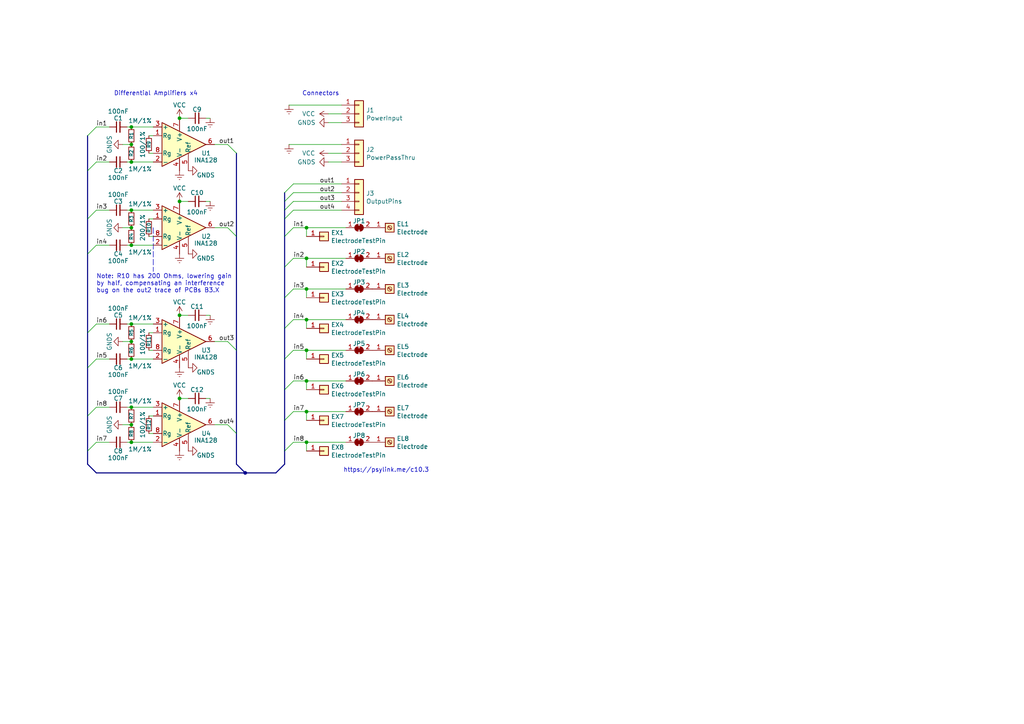
<source format=kicad_sch>
(kicad_sch (version 20211123) (generator eeschema)
  (paper "A4")
  (lib_symbols
    (symbol "Amplifier_Instrumentation:INA128" (pin_names (offset 0.127))
      (property "Reference" "U" (at 3.81 3.175 0))
      (property "Value" "INA128" (at 3.81 -3.175 0))
      (symbol "INA128_0_1"
        (polyline (pts (xy 7.62 0) (xy -5.08 6.35) (xy -5.08 -6.35) (xy 7.62 0)) (stroke (width 0.254)) (fill (type background)))
      )
      (symbol "INA128_1_1"
        (pin passive line (at -7.62 2.54 0) (length 2.54) (name "Rg") (number "1"))
        (pin input line (at -7.62 -5.08 0) (length 2.54) (name "-") (number "2"))
        (pin input line (at -7.62 5.08 0) (length 2.54) (name "+") (number "3"))
        (pin power_in line (at 0 -7.62 90) (length 3.81) (name "V-") (number "4"))
        (pin input line (at 2.54 -7.62 90) (length 5.08) (name "Ref") (number "5"))
        (pin output line (at 10.16 0 180) (length 2.54) (name "~") (number "6"))
        (pin power_in line (at 0 7.62 270) (length 3.81) (name "V+") (number "7"))
        (pin passive line (at -7.62 -2.54 0) (length 2.54) (name "Rg") (number "8"))
      )
    )
    (symbol "Connector:Screw_Terminal_01x01" (pin_names (offset 1.016) hide)
      (property "Reference" "J" (at 0 2.54 0))
      (property "Value" "Screw_Terminal_01x01" (at 0 -2.54 0))
      (symbol "Screw_Terminal_01x01_1_1"
        (rectangle (start -1.27 1.27) (end 1.27 -1.27) (stroke (width 0.254)) (fill (type background)))
        (polyline (pts (xy -0.5334 0.3302) (xy 0.3302 -0.508)) (stroke (width 0.1524)))
        (polyline (pts (xy -0.3556 0.508) (xy 0.508 -0.3302)) (stroke (width 0.1524)))
        (circle (center 0 0) (radius 0.635) (stroke (width 0.1524)))
        (pin passive line (at -5.08 0 0) (length 3.81) (name "Pin_1") (number "1"))
      )
    )
    (symbol "Connector_Generic:Conn_01x01" (pin_names (offset 1.016) hide)
      (property "Reference" "J" (at 0 2.54 0))
      (property "Value" "Conn_01x01" (at 0 -2.54 0))
      (symbol "Conn_01x01_1_1"
        (rectangle (start -1.27 0.127) (end 0 -0.127) (stroke (width 0.1524)))
        (rectangle (start -1.27 1.27) (end 1.27 -1.27) (stroke (width 0.254)) (fill (type background)))
        (pin passive line (at -5.08 0 0) (length 3.81) (name "Pin_1") (number "1"))
      )
    )
    (symbol "Connector_Generic:Conn_01x03" (pin_names (offset 1.016) hide)
      (property "Reference" "J" (at 0 5.08 0))
      (property "Value" "Conn_01x03" (at 0 -5.08 0))
      (symbol "Conn_01x03_1_1"
        (rectangle (start -1.27 -2.413) (end 0 -2.667) (stroke (width 0.1524)))
        (rectangle (start -1.27 0.127) (end 0 -0.127) (stroke (width 0.1524)))
        (rectangle (start -1.27 2.667) (end 0 2.413) (stroke (width 0.1524)))
        (rectangle (start -1.27 3.81) (end 1.27 -3.81) (stroke (width 0.254)) (fill (type background)))
        (pin passive line (at -5.08 2.54 0) (length 3.81) (name "Pin_1") (number "1"))
        (pin passive line (at -5.08 0 0) (length 3.81) (name "Pin_2") (number "2"))
        (pin passive line (at -5.08 -2.54 0) (length 3.81) (name "Pin_3") (number "3"))
      )
    )
    (symbol "Connector_Generic:Conn_01x04" (pin_names (offset 1.016) hide)
      (property "Reference" "J" (at 0 5.08 0))
      (property "Value" "Conn_01x04" (at 0 -7.62 0))
      (symbol "Conn_01x04_1_1"
        (rectangle (start -1.27 -4.953) (end 0 -5.207) (stroke (width 0.1524)))
        (rectangle (start -1.27 -2.413) (end 0 -2.667) (stroke (width 0.1524)))
        (rectangle (start -1.27 0.127) (end 0 -0.127) (stroke (width 0.1524)))
        (rectangle (start -1.27 2.667) (end 0 2.413) (stroke (width 0.1524)))
        (rectangle (start -1.27 3.81) (end 1.27 -6.35) (stroke (width 0.254)) (fill (type background)))
        (pin passive line (at -5.08 2.54 0) (length 3.81) (name "Pin_1") (number "1"))
        (pin passive line (at -5.08 0 0) (length 3.81) (name "Pin_2") (number "2"))
        (pin passive line (at -5.08 -2.54 0) (length 3.81) (name "Pin_3") (number "3"))
        (pin passive line (at -5.08 -5.08 0) (length 3.81) (name "Pin_4") (number "4"))
      )
    )
    (symbol "Device:C_Small" (pin_numbers hide) (pin_names (offset 0.254) hide)
      (property "Reference" "C" (at 0.254 1.778 0))
      (property "Value" "C_Small" (at 0.254 -2.032 0))
      (symbol "C_Small_0_1"
        (polyline (pts (xy -1.524 -0.508) (xy 1.524 -0.508)) (stroke (width 0.3302)))
        (polyline (pts (xy -1.524 0.508) (xy 1.524 0.508)) (stroke (width 0.3048)))
      )
      (symbol "C_Small_1_1"
        (pin passive line (at 0 2.54 270) (length 2.032) (name "~") (number "1"))
        (pin passive line (at 0 -2.54 90) (length 2.032) (name "~") (number "2"))
      )
    )
    (symbol "Device:R_Small" (pin_numbers hide) (pin_names (offset 0.254) hide)
      (property "Reference" "R" (at 0.762 0.508 0))
      (property "Value" "R_Small" (at 0.762 -1.016 0))
      (symbol "R_Small_0_1"
        (rectangle (start -0.762 1.778) (end 0.762 -1.778) (stroke (width 0.2032)))
      )
      (symbol "R_Small_1_1"
        (pin passive line (at 0 2.54 270) (length 0.762) (name "~") (number "1"))
        (pin passive line (at 0 -2.54 90) (length 0.762) (name "~") (number "2"))
      )
    )
    (symbol "Jumper:SolderJumper_2_Bridged" (pin_names (offset 0) hide)
      (property "Reference" "JP" (at 0 2.032 0))
      (property "Value" "SolderJumper_2_Bridged" (at 0 -2.54 0))
      (symbol "SolderJumper_2_Bridged_0_1"
        (rectangle (start -0.508 0.508) (end 0.508 -0.508) (fill (type outline)))
        (arc (start -0.254 1.016) (mid -1.27 0) (end -0.254 -1.016))
        (arc (start -0.254 1.016) (mid -1.27 0) (end -0.254 -1.016) (fill (type outline)))
        (polyline (pts (xy -0.254 1.016) (xy -0.254 -1.016)))
        (polyline (pts (xy 0.254 1.016) (xy 0.254 -1.016)))
        (arc (start 0.254 -1.016) (mid 1.27 0) (end 0.254 1.016))
        (arc (start 0.254 -1.016) (mid 1.27 0) (end 0.254 1.016) (fill (type outline)))
      )
      (symbol "SolderJumper_2_Bridged_1_1"
        (pin passive line (at -3.81 0 0) (length 2.54) (name "A") (number "1"))
        (pin passive line (at 3.81 0 180) (length 2.54) (name "B") (number "2"))
      )
    )
    (symbol "power:Earth" (power) (pin_names (offset 0))
      (symbol "Earth_0_1"
        (polyline (pts (xy -0.635 -1.905) (xy 0.635 -1.905)))
        (polyline (pts (xy -0.127 -2.54) (xy 0.127 -2.54)))
        (polyline (pts (xy 0 -1.27) (xy 0 0)))
        (polyline (pts (xy 1.27 -1.27) (xy -1.27 -1.27)))
      )
      (symbol "Earth_1_1"
        (pin power_in line (at 0 0 270) (length 0) hide (name "Earth") (number "1"))
      )
    )
    (symbol "power:GNDS" (power) (pin_names (offset 0))
      (property "Value" "GNDS" (at 0 -3.81 0))
      (symbol "GNDS_0_1"
        (polyline (pts (xy 0 0) (xy 0 -1.27) (xy 1.27 -1.27) (xy 0 -2.54) (xy -1.27 -1.27) (xy 0 -1.27)))
      )
      (symbol "GNDS_1_1"
        (pin power_in line (at 0 0 270) (length 0) hide (name "GNDS") (number "1"))
      )
    )
    (symbol "power:VCC" (power) (pin_names (offset 0))
      (property "Value" "VCC" (at 0 3.81 0))
      (symbol "VCC_0_1"
        (polyline (pts (xy -0.762 1.27) (xy 0 2.54)))
        (polyline (pts (xy 0 0) (xy 0 2.54)))
        (polyline (pts (xy 0 2.54) (xy 0.762 1.27)))
      )
      (symbol "VCC_1_1"
        (pin power_in line (at 0 0 90) (length 0) hide (name "VCC") (number "1"))
      )
    )
  )
  (junction (at 71.12 137.16))
  (junction (at 88.9 92.71))
  (junction (at 38.1 46.99))
  (junction (at 38.1 71.12))
  (junction (at 38.1 118.11))
  (junction (at 38.1 66.04))
  (junction (at 38.1 128.27))
  (junction (at 52.07 34.29))
  (junction (at 38.1 123.19))
  (junction (at 88.9 110.49))
  (junction (at 88.9 83.82))
  (junction (at 38.1 93.98))
  (junction (at 38.1 36.83))
  (junction (at 52.07 91.44))
  (junction (at 38.1 104.14))
  (junction (at 88.9 101.6))
  (junction (at 38.1 60.96))
  (junction (at 88.9 66.04))
  (junction (at 52.07 115.57))
  (junction (at 38.1 99.06))
  (junction (at 88.9 119.38))
  (junction (at 88.9 128.27))
  (junction (at 88.9 74.93))
  (junction (at 38.1 41.91))
  (junction (at 52.07 58.42))
  (bus_entry (at 82.55 95.25) (size 2.54 -2.54))
  (bus_entry (at 25.4 63.5) (size 2.54 -2.54))
  (bus_entry (at 25.4 130.81) (size 2.54 -2.54))
  (bus_entry (at 82.55 60.96) (size 2.54 -2.54))
  (bus_entry (at 25.4 39.37) (size 2.54 -2.54))
  (bus_entry (at 82.55 86.36) (size 2.54 -2.54))
  (bus_entry (at 66.04 123.19) (size 2.54 2.54))
  (bus_entry (at 66.04 99.06) (size 2.54 2.54))
  (bus_entry (at 25.4 96.52) (size 2.54 -2.54))
  (bus_entry (at 82.55 104.14) (size 2.54 -2.54))
  (bus_entry (at 66.04 66.04) (size 2.54 2.54))
  (bus_entry (at 82.55 55.88) (size 2.54 -2.54))
  (bus_entry (at 82.55 113.03) (size 2.54 -2.54))
  (bus_entry (at 82.55 77.47) (size 2.54 -2.54))
  (bus_entry (at 25.4 106.68) (size 2.54 -2.54))
  (bus_entry (at 25.4 49.53) (size 2.54 -2.54))
  (bus_entry (at 25.4 73.66) (size 2.54 -2.54))
  (bus_entry (at 25.4 120.65) (size 2.54 -2.54))
  (bus_entry (at 82.55 130.81) (size 2.54 -2.54))
  (bus_entry (at 82.55 63.5) (size 2.54 -2.54))
  (bus_entry (at 82.55 58.42) (size 2.54 -2.54))
  (bus_entry (at 82.55 68.58) (size 2.54 -2.54))
  (bus_entry (at 82.55 121.92) (size 2.54 -2.54))
  (bus_entry (at 66.04 41.91) (size 2.54 2.54))
  (bus (pts (xy 82.55 86.36) (xy 82.55 95.25)))
  (wire (pts (xy 31.75 46.99) (xy 27.94 46.99)))
  (wire (pts (xy 88.9 92.71) (xy 100.33 92.71)))
  (bus (pts (xy 25.4 73.66) (xy 25.4 96.52)))
  (bus (pts (xy 68.58 68.58) (xy 68.58 101.6)))
  (wire (pts (xy 54.61 34.29) (xy 52.07 34.29)))
  (wire (pts (xy 31.75 36.83) (xy 27.94 36.83)))
  (bus (pts (xy 68.58 44.45) (xy 68.58 68.58)))
  (wire (pts (xy 95.25 35.56) (xy 99.06 35.56)))
  (bus (pts (xy 82.55 55.88) (xy 82.55 58.42)))
  (bus (pts (xy 25.4 134.62) (xy 27.94 137.16)))
  (wire (pts (xy 88.9 68.58) (xy 88.9 66.04)))
  (wire (pts (xy 43.18 120.65) (xy 44.45 120.65)))
  (bus (pts (xy 82.55 63.5) (xy 82.55 68.58)))
  (wire (pts (xy 88.9 113.03) (xy 88.9 110.49)))
  (wire (pts (xy 36.83 60.96) (xy 38.1 60.96)))
  (bus (pts (xy 25.4 63.5) (xy 25.4 73.66)))
  (wire (pts (xy 85.09 92.71) (xy 88.9 92.71)))
  (bus (pts (xy 82.55 95.25) (xy 82.55 104.14)))
  (bus (pts (xy 82.55 68.58) (xy 82.55 77.47)))
  (wire (pts (xy 66.04 66.04) (xy 62.23 66.04)))
  (wire (pts (xy 38.1 93.98) (xy 44.45 93.98)))
  (wire (pts (xy 83.82 30.48) (xy 99.06 30.48)))
  (wire (pts (xy 85.09 58.42) (xy 99.06 58.42)))
  (wire (pts (xy 95.25 46.99) (xy 99.06 46.99)))
  (wire (pts (xy 59.69 115.57) (xy 60.96 115.57)))
  (bus (pts (xy 27.94 137.16) (xy 71.12 137.16)))
  (bus (pts (xy 82.55 77.47) (xy 82.55 86.36)))
  (wire (pts (xy 59.69 34.29) (xy 60.96 34.29)))
  (wire (pts (xy 35.56 123.19) (xy 38.1 123.19)))
  (wire (pts (xy 88.9 128.27) (xy 100.33 128.27)))
  (wire (pts (xy 85.09 53.34) (xy 99.06 53.34)))
  (wire (pts (xy 88.9 119.38) (xy 100.33 119.38)))
  (wire (pts (xy 43.18 125.73) (xy 44.45 125.73)))
  (bus (pts (xy 82.55 58.42) (xy 82.55 60.96)))
  (bus (pts (xy 25.4 39.37) (xy 25.4 49.53)))
  (wire (pts (xy 88.9 104.14) (xy 88.9 101.6)))
  (wire (pts (xy 88.9 95.25) (xy 88.9 92.71)))
  (wire (pts (xy 31.75 60.96) (xy 27.94 60.96)))
  (wire (pts (xy 83.82 41.91) (xy 99.06 41.91)))
  (wire (pts (xy 88.9 121.92) (xy 88.9 119.38)))
  (wire (pts (xy 88.9 110.49) (xy 100.33 110.49)))
  (wire (pts (xy 85.09 128.27) (xy 88.9 128.27)))
  (bus (pts (xy 68.58 134.62) (xy 71.12 137.16)))
  (wire (pts (xy 85.09 66.04) (xy 88.9 66.04)))
  (wire (pts (xy 36.83 93.98) (xy 38.1 93.98)))
  (wire (pts (xy 66.04 123.19) (xy 62.23 123.19)))
  (wire (pts (xy 38.1 71.12) (xy 44.45 71.12)))
  (wire (pts (xy 88.9 101.6) (xy 100.33 101.6)))
  (wire (pts (xy 95.25 44.45) (xy 99.06 44.45)))
  (bus (pts (xy 25.4 49.53) (xy 25.4 63.5)))
  (wire (pts (xy 43.18 63.5) (xy 44.45 63.5)))
  (wire (pts (xy 59.69 91.44) (xy 60.96 91.44)))
  (wire (pts (xy 38.1 36.83) (xy 44.45 36.83)))
  (wire (pts (xy 38.1 104.14) (xy 44.45 104.14)))
  (wire (pts (xy 31.75 71.12) (xy 27.94 71.12)))
  (wire (pts (xy 43.18 68.58) (xy 44.45 68.58)))
  (wire (pts (xy 43.18 101.6) (xy 44.45 101.6)))
  (wire (pts (xy 38.1 128.27) (xy 44.45 128.27)))
  (wire (pts (xy 85.09 60.96) (xy 99.06 60.96)))
  (bus (pts (xy 68.58 125.73) (xy 68.58 134.62)))
  (wire (pts (xy 38.1 118.11) (xy 44.45 118.11)))
  (wire (pts (xy 31.75 93.98) (xy 27.94 93.98)))
  (wire (pts (xy 43.18 96.52) (xy 44.45 96.52)))
  (wire (pts (xy 85.09 119.38) (xy 88.9 119.38)))
  (wire (pts (xy 35.56 99.06) (xy 38.1 99.06)))
  (wire (pts (xy 36.83 118.11) (xy 38.1 118.11)))
  (bus (pts (xy 82.55 104.14) (xy 82.55 113.03)))
  (wire (pts (xy 43.18 39.37) (xy 44.45 39.37)))
  (wire (pts (xy 54.61 58.42) (xy 52.07 58.42)))
  (wire (pts (xy 66.04 41.91) (xy 62.23 41.91)))
  (wire (pts (xy 66.04 99.06) (xy 62.23 99.06)))
  (wire (pts (xy 85.09 74.93) (xy 88.9 74.93)))
  (bus (pts (xy 82.55 60.96) (xy 82.55 63.5)))
  (wire (pts (xy 35.56 66.04) (xy 38.1 66.04)))
  (wire (pts (xy 38.1 60.96) (xy 44.45 60.96)))
  (wire (pts (xy 88.9 130.81) (xy 88.9 128.27)))
  (wire (pts (xy 35.56 41.91) (xy 38.1 41.91)))
  (bus (pts (xy 82.55 113.03) (xy 82.55 121.92)))
  (wire (pts (xy 31.75 128.27) (xy 27.94 128.27)))
  (wire (pts (xy 36.83 46.99) (xy 38.1 46.99)))
  (polyline (pts (xy 44.45 66.04) (xy 44.45 78.74)))
  (wire (pts (xy 88.9 77.47) (xy 88.9 74.93)))
  (wire (pts (xy 36.83 128.27) (xy 38.1 128.27)))
  (wire (pts (xy 36.83 36.83) (xy 38.1 36.83)))
  (wire (pts (xy 43.18 44.45) (xy 44.45 44.45)))
  (wire (pts (xy 85.09 101.6) (xy 88.9 101.6)))
  (bus (pts (xy 68.58 101.6) (xy 68.58 125.73)))
  (bus (pts (xy 82.55 130.81) (xy 82.55 134.62)))
  (bus (pts (xy 25.4 96.52) (xy 25.4 106.68)))
  (bus (pts (xy 25.4 106.68) (xy 25.4 120.65)))
  (wire (pts (xy 31.75 118.11) (xy 27.94 118.11)))
  (bus (pts (xy 25.4 130.81) (xy 25.4 134.62)))
  (bus (pts (xy 25.4 120.65) (xy 25.4 130.81)))
  (wire (pts (xy 54.61 91.44) (xy 52.07 91.44)))
  (bus (pts (xy 82.55 121.92) (xy 82.55 130.81)))
  (wire (pts (xy 36.83 104.14) (xy 38.1 104.14)))
  (wire (pts (xy 88.9 66.04) (xy 100.33 66.04)))
  (bus (pts (xy 71.12 137.16) (xy 80.01 137.16)))
  (bus (pts (xy 80.01 137.16) (xy 82.55 134.62)))
  (wire (pts (xy 95.25 33.02) (xy 99.06 33.02)))
  (wire (pts (xy 88.9 86.36) (xy 88.9 83.82)))
  (wire (pts (xy 85.09 110.49) (xy 88.9 110.49)))
  (wire (pts (xy 85.09 83.82) (xy 88.9 83.82)))
  (wire (pts (xy 38.1 46.99) (xy 44.45 46.99)))
  (wire (pts (xy 59.69 58.42) (xy 60.96 58.42)))
  (wire (pts (xy 36.83 71.12) (xy 38.1 71.12)))
  (wire (pts (xy 88.9 74.93) (xy 100.33 74.93)))
  (wire (pts (xy 85.09 55.88) (xy 99.06 55.88)))
  (wire (pts (xy 54.61 115.57) (xy 52.07 115.57)))
  (wire (pts (xy 88.9 83.82) (xy 100.33 83.82)))
  (wire (pts (xy 31.75 104.14) (xy 27.94 104.14)))
  (text "Note: R10 has 200 Ohms, lowering gain\nby half, compensating an interference\nbug on the out2 trace of PCBs B3.X" (at 27.94 85.09 0) (effects (font (size 1.27 1.27)) (justify left bottom)))
  (text "https://psylink.me/c10.3" (at 124.46 137.16 180) (effects (font (size 1.27 1.27)) (justify right bottom)))
  (text "Differential Amplifiers x4" (at 33.02 27.94 0) (effects (font (size 1.27 1.27)) (justify left bottom)))
  (text "Connectors" (at 87.63 27.94 0) (effects (font (size 1.27 1.27)) (justify left bottom)))
  (label "in3" (at 27.94 60.96 0))
  (label "in2" (at 85.09 74.93 0))
  (label "out3" (at 92.71 58.42 0))
  (label "in2" (at 27.94 46.99 0))
  (label "out2" (at 63.5 66.04 0))
  (label "in7" (at 85.09 119.38 0))
  (label "in6" (at 27.94 93.98 0))
  (label "in5" (at 85.09 101.6 0))
  (label "in7" (at 27.94 128.27 0))
  (label "in4" (at 27.94 71.12 0))
  (label "out3" (at 63.5 99.06 0))
  (label "out1" (at 92.71 53.34 0))
  (label "in1" (at 27.94 36.83 0))
  (label "out4" (at 92.71 60.96 0))
  (label "in4" (at 85.09 92.71 0))
  (label "out2" (at 92.71 55.88 0))
  (label "in1" (at 85.09 66.04 0))
  (label "in3" (at 85.09 83.82 0))
  (label "in8" (at 27.94 118.11 0))
  (label "in6" (at 85.09 110.49 0))
  (label "out1" (at 63.5 41.91 0))
  (label "in8" (at 85.09 128.27 0))
  (label "out4" (at 63.5 123.19 0))
  (label "in5" (at 27.94 104.14 0))
  (symbol (lib_id "Amplifier_Instrumentation:INA128") (at 52.07 41.91 0) (unit 1)
    (property "Reference" "U1" (at 58.42 44.45 0) (effects (justify left)))
    (property "Value" "INA128" (at 59.69 45.72 0) (effects (justify top)))
    (property "Footprint" "Package_SO:SOIC-8_3.9x4.9mm_P1.27mm" (effects hide))
    (property "Datasheet" "http://www.ti.com/lit/ds/symlink/ina128.pdf" (effects hide))
  )
  (symbol (lib_id "Device:R_Small") (at 43.18 41.91 0) (unit 1)
    (property "Reference" "R9" (at 43.18 41.91 90) (effects (font (size 0.9906 0.9906))))
    (property "Value" "100/1%" (at 40.64 41.91 90) (effects (justify top)))
    (property "Footprint" "Resistor_SMD:R_0805_2012Metric_Pad1.15x1.40mm_HandSolder" (effects hide))
  )
  (symbol (lib_id "Device:C_Small") (at 57.15 34.29 90) (unit 1)
    (property "Reference" "C9" (at 57.15 31.75 90))
    (property "Value" "100nF" (at 57.15 38.1 90) (effects (justify top)))
    (property "Footprint" "Capacitor_SMD:C_0805_2012Metric_Pad1.15x1.40mm_HandSolder" (effects hide))
  )
  (symbol (lib_id "power:Earth") (at 60.96 34.29 0) (unit 1)
    (property "Reference" "#PWR017" (effects hide))
    (property "Value" "Earth" (effects hide))
  )
  (symbol (lib_id "power:Earth") (at 52.07 49.53 0) (mirror y) (unit 1)
    (property "Reference" "#PWR06" (effects hide))
    (property "Value" "Earth" (effects hide))
  )
  (symbol (lib_id "power:GNDS") (at 54.61 49.53 90) (unit 1)
    (property "Reference" "#PWR013" (effects hide))
    (property "Value" "GNDS" (at 59.69 50.8 90))
  )
  (symbol (lib_id "power:GNDS") (at 35.56 41.91 270) (unit 1)
    (property "Reference" "#PWR01" (effects hide))
    (property "Value" "GNDS" (at 31.75 41.91 0))
  )
  (symbol (lib_id "Device:C_Small") (at 34.29 36.83 90) (unit 1)
    (property "Reference" "C1" (at 34.29 34.29 90))
    (property "Value" "100nF" (at 34.29 33.02 90) (effects (justify top)))
    (property "Footprint" "Capacitor_SMD:C_0805_2012Metric_Pad1.15x1.40mm_HandSolder" (effects hide))
  )
  (symbol (lib_id "Device:R_Small") (at 38.1 39.37 0) (unit 1)
    (property "Reference" "R1" (at 38.1 39.37 90) (effects (font (size 0.9906 0.9906))))
    (property "Value" "1M/1%" (at 40.64 34.29 0) (effects (justify top)))
    (property "Footprint" "Resistor_SMD:R_0805_2012Metric_Pad1.15x1.40mm_HandSolder" (effects hide))
  )
  (symbol (lib_id "Device:C_Small") (at 34.29 46.99 270) (unit 1)
    (property "Reference" "C2" (at 34.29 49.53 90))
    (property "Value" "100nF" (at 34.29 50.8 90) (effects (justify top)))
    (property "Footprint" "Capacitor_SMD:C_0805_2012Metric_Pad1.15x1.40mm_HandSolder" (effects hide))
  )
  (symbol (lib_id "Device:R_Small") (at 38.1 44.45 0) (unit 1)
    (property "Reference" "R2" (at 38.1 44.45 90) (effects (font (size 0.9906 0.9906))))
    (property "Value" "1M/1%" (at 40.64 48.26 0) (effects (justify top)))
    (property "Footprint" "Resistor_SMD:R_0805_2012Metric_Pad1.15x1.40mm_HandSolder" (effects hide))
  )
  (symbol (lib_id "power:VCC") (at 52.07 34.29 0) (unit 1)
    (property "Reference" "#PWR05" (effects hide))
    (property "Value" "VCC" (at 52.07 30.48 0))
  )
  (symbol (lib_id "Device:R_Small") (at 38.1 68.58 0) (unit 1)
    (property "Reference" "R4" (at 38.1 68.58 90) (effects (font (size 0.9906 0.9906))))
    (property "Value" "1M/1%" (at 40.64 72.39 0) (effects (justify top)))
    (property "Footprint" "Resistor_SMD:R_0805_2012Metric_Pad1.15x1.40mm_HandSolder" (effects hide))
  )
  (symbol (lib_id "power:GNDS") (at 54.61 73.66 90) (unit 1)
    (property "Reference" "#PWR014" (effects hide))
    (property "Value" "GNDS" (at 59.69 74.93 90))
  )
  (symbol (lib_id "Device:C_Small") (at 57.15 58.42 90) (unit 1)
    (property "Reference" "C10" (at 57.15 55.88 90))
    (property "Value" "100nF" (at 57.15 62.23 90) (effects (justify top)))
    (property "Footprint" "Capacitor_SMD:C_0805_2012Metric_Pad1.15x1.40mm_HandSolder" (effects hide))
  )
  (symbol (lib_id "power:Earth") (at 60.96 58.42 0) (unit 1)
    (property "Reference" "#PWR018" (effects hide))
    (property "Value" "Earth" (effects hide))
  )
  (symbol (lib_id "Amplifier_Instrumentation:INA128") (at 52.07 66.04 0) (unit 1)
    (property "Reference" "U2" (at 58.42 68.58 0) (effects (justify left)))
    (property "Value" "INA128" (at 59.69 69.85 0) (effects (justify top)))
    (property "Footprint" "Package_SO:SOIC-8_3.9x4.9mm_P1.27mm" (effects hide))
    (property "Datasheet" "http://www.ti.com/lit/ds/symlink/ina128.pdf" (effects hide))
  )
  (symbol (lib_id "power:Earth") (at 52.07 73.66 0) (mirror y) (unit 1)
    (property "Reference" "#PWR08" (effects hide))
    (property "Value" "Earth" (effects hide))
  )
  (symbol (lib_id "power:VCC") (at 52.07 58.42 0) (unit 1)
    (property "Reference" "#PWR07" (effects hide))
    (property "Value" "VCC" (at 52.07 54.61 0))
  )
  (symbol (lib_id "Device:R_Small") (at 43.18 66.04 0) (unit 1)
    (property "Reference" "R10" (at 43.18 66.04 90) (effects (font (size 0.9906 0.9906))))
    (property "Value" "200/1%" (at 40.64 66.04 90) (effects (justify top)))
    (property "Footprint" "Resistor_SMD:R_0805_2012Metric_Pad1.15x1.40mm_HandSolder" (effects hide))
  )
  (symbol (lib_id "power:GNDS") (at 35.56 66.04 270) (unit 1)
    (property "Reference" "#PWR02" (effects hide))
    (property "Value" "GNDS" (at 31.75 66.04 0))
  )
  (symbol (lib_id "Device:C_Small") (at 34.29 60.96 90) (unit 1)
    (property "Reference" "C3" (at 34.29 58.42 90))
    (property "Value" "100nF" (at 34.29 57.15 90) (effects (justify top)))
    (property "Footprint" "Capacitor_SMD:C_0805_2012Metric_Pad1.15x1.40mm_HandSolder" (effects hide))
  )
  (symbol (lib_id "Device:R_Small") (at 38.1 63.5 0) (unit 1)
    (property "Reference" "R3" (at 38.1 63.5 90) (effects (font (size 0.9906 0.9906))))
    (property "Value" "1M/1%" (at 40.64 58.42 0) (effects (justify top)))
    (property "Footprint" "Resistor_SMD:R_0805_2012Metric_Pad1.15x1.40mm_HandSolder" (effects hide))
  )
  (symbol (lib_id "Device:C_Small") (at 34.29 71.12 270) (unit 1)
    (property "Reference" "C4" (at 34.29 73.66 90))
    (property "Value" "100nF" (at 34.29 74.93 90) (effects (justify top)))
    (property "Footprint" "Capacitor_SMD:C_0805_2012Metric_Pad1.15x1.40mm_HandSolder" (effects hide))
  )
  (symbol (lib_id "Device:R_Small") (at 38.1 101.6 0) (unit 1)
    (property "Reference" "R6" (at 38.1 101.6 90) (effects (font (size 0.9906 0.9906))))
    (property "Value" "1M/1%" (at 40.64 105.41 0) (effects (justify top)))
    (property "Footprint" "Resistor_SMD:R_0805_2012Metric_Pad1.15x1.40mm_HandSolder" (effects hide))
  )
  (symbol (lib_id "power:GNDS") (at 54.61 106.68 90) (unit 1)
    (property "Reference" "#PWR015" (effects hide))
    (property "Value" "GNDS" (at 59.69 107.95 90))
  )
  (symbol (lib_id "Device:C_Small") (at 57.15 91.44 90) (unit 1)
    (property "Reference" "C11" (at 57.15 88.9 90))
    (property "Value" "100nF" (at 57.15 95.25 90) (effects (justify top)))
    (property "Footprint" "Capacitor_SMD:C_0805_2012Metric_Pad1.15x1.40mm_HandSolder" (effects hide))
  )
  (symbol (lib_id "power:Earth") (at 60.96 91.44 0) (unit 1)
    (property "Reference" "#PWR019" (effects hide))
    (property "Value" "Earth" (effects hide))
  )
  (symbol (lib_id "Amplifier_Instrumentation:INA128") (at 52.07 99.06 0) (unit 1)
    (property "Reference" "U3" (at 58.42 101.6 0) (effects (justify left)))
    (property "Value" "INA128" (at 59.69 102.87 0) (effects (justify top)))
    (property "Footprint" "Package_SO:SOIC-8_3.9x4.9mm_P1.27mm" (effects hide))
    (property "Datasheet" "http://www.ti.com/lit/ds/symlink/ina128.pdf" (effects hide))
  )
  (symbol (lib_id "power:Earth") (at 52.07 106.68 0) (mirror y) (unit 1)
    (property "Reference" "#PWR010" (effects hide))
    (property "Value" "Earth" (effects hide))
  )
  (symbol (lib_id "power:VCC") (at 52.07 91.44 0) (unit 1)
    (property "Reference" "#PWR09" (effects hide))
    (property "Value" "VCC" (at 52.07 87.63 0))
  )
  (symbol (lib_id "Device:R_Small") (at 43.18 99.06 0) (unit 1)
    (property "Reference" "R11" (at 43.18 99.06 90) (effects (font (size 0.9906 0.9906))))
    (property "Value" "100/1%" (at 40.64 99.06 90) (effects (justify top)))
    (property "Footprint" "Resistor_SMD:R_0805_2012Metric_Pad1.15x1.40mm_HandSolder" (effects hide))
  )
  (symbol (lib_id "power:GNDS") (at 35.56 99.06 270) (unit 1)
    (property "Reference" "#PWR03" (effects hide))
    (property "Value" "GNDS" (at 31.75 99.06 0))
  )
  (symbol (lib_id "Device:C_Small") (at 34.29 93.98 90) (unit 1)
    (property "Reference" "C5" (at 34.29 91.44 90))
    (property "Value" "100nF" (at 34.29 90.17 90) (effects (justify top)))
    (property "Footprint" "Capacitor_SMD:C_0805_2012Metric_Pad1.15x1.40mm_HandSolder" (effects hide))
  )
  (symbol (lib_id "Device:R_Small") (at 38.1 96.52 0) (unit 1)
    (property "Reference" "R5" (at 38.1 96.52 90) (effects (font (size 0.9906 0.9906))))
    (property "Value" "1M/1%" (at 40.64 91.44 0) (effects (justify top)))
    (property "Footprint" "Resistor_SMD:R_0805_2012Metric_Pad1.15x1.40mm_HandSolder" (effects hide))
  )
  (symbol (lib_id "Device:C_Small") (at 34.29 104.14 270) (unit 1)
    (property "Reference" "C6" (at 34.29 106.68 90))
    (property "Value" "100nF" (at 34.29 107.95 90) (effects (justify top)))
    (property "Footprint" "Capacitor_SMD:C_0805_2012Metric_Pad1.15x1.40mm_HandSolder" (effects hide))
  )
  (symbol (lib_id "Device:R_Small") (at 38.1 125.73 0) (unit 1)
    (property "Reference" "R8" (at 38.1 125.73 90) (effects (font (size 0.9906 0.9906))))
    (property "Value" "1M/1%" (at 40.64 129.54 0) (effects (justify top)))
    (property "Footprint" "Resistor_SMD:R_0805_2012Metric_Pad1.15x1.40mm_HandSolder" (effects hide))
  )
  (symbol (lib_id "power:GNDS") (at 54.61 130.81 90) (unit 1)
    (property "Reference" "#PWR016" (effects hide))
    (property "Value" "GNDS" (at 59.69 132.08 90))
  )
  (symbol (lib_id "Device:C_Small") (at 57.15 115.57 90) (unit 1)
    (property "Reference" "C12" (at 57.15 113.03 90))
    (property "Value" "100nF" (at 57.15 119.38 90) (effects (justify top)))
    (property "Footprint" "Capacitor_SMD:C_0805_2012Metric_Pad1.15x1.40mm_HandSolder" (effects hide))
  )
  (symbol (lib_id "power:Earth") (at 60.96 115.57 0) (unit 1)
    (property "Reference" "#PWR020" (effects hide))
    (property "Value" "Earth" (effects hide))
  )
  (symbol (lib_id "Amplifier_Instrumentation:INA128") (at 52.07 123.19 0) (unit 1)
    (property "Reference" "U4" (at 58.42 125.73 0) (effects (justify left)))
    (property "Value" "INA128" (at 59.69 127 0) (effects (justify top)))
    (property "Footprint" "Package_SO:SOIC-8_3.9x4.9mm_P1.27mm" (effects hide))
    (property "Datasheet" "http://www.ti.com/lit/ds/symlink/ina128.pdf" (effects hide))
  )
  (symbol (lib_id "power:Earth") (at 52.07 130.81 0) (mirror y) (unit 1)
    (property "Reference" "#PWR012" (effects hide))
    (property "Value" "Earth" (effects hide))
  )
  (symbol (lib_id "power:VCC") (at 52.07 115.57 0) (unit 1)
    (property "Reference" "#PWR011" (effects hide))
    (property "Value" "VCC" (at 52.07 111.76 0))
  )
  (symbol (lib_id "Device:R_Small") (at 43.18 123.19 0) (unit 1)
    (property "Reference" "R12" (at 43.18 123.19 90) (effects (font (size 0.9906 0.9906))))
    (property "Value" "100/1%" (at 40.64 123.19 90) (effects (justify top)))
    (property "Footprint" "Resistor_SMD:R_0805_2012Metric_Pad1.15x1.40mm_HandSolder" (effects hide))
  )
  (symbol (lib_id "power:GNDS") (at 35.56 123.19 270) (unit 1)
    (property "Reference" "#PWR04" (effects hide))
    (property "Value" "GNDS" (at 31.75 123.19 0))
  )
  (symbol (lib_id "Device:C_Small") (at 34.29 118.11 90) (unit 1)
    (property "Reference" "C7" (at 34.29 115.57 90))
    (property "Value" "100nF" (at 34.29 114.3 90) (effects (justify top)))
    (property "Footprint" "Capacitor_SMD:C_0805_2012Metric_Pad1.15x1.40mm_HandSolder" (effects hide))
  )
  (symbol (lib_id "Device:R_Small") (at 38.1 120.65 0) (unit 1)
    (property "Reference" "R7" (at 38.1 120.65 90) (effects (font (size 0.9906 0.9906))))
    (property "Value" "1M/1%" (at 40.64 115.57 0) (effects (justify top)))
    (property "Footprint" "Resistor_SMD:R_0805_2012Metric_Pad1.15x1.40mm_HandSolder" (effects hide))
  )
  (symbol (lib_id "Device:C_Small") (at 34.29 128.27 270) (unit 1)
    (property "Reference" "C8" (at 34.29 130.81 90))
    (property "Value" "100nF" (at 34.29 132.08 90) (effects (justify top)))
    (property "Footprint" "Capacitor_SMD:C_0805_2012Metric_Pad1.15x1.40mm_HandSolder" (effects hide))
  )
  (symbol (lib_id "Connector_Generic:Conn_01x04") (at 104.14 55.88 0) (unit 1)
    (property "Reference" "J3" (at 106.172 56.0832 0) (effects (justify left)))
    (property "Value" "OutputPins" (at 106.172 58.3946 0) (effects (justify left)))
    (property "Footprint" "Connector_PinHeader_2.54mm:PinHeader_1x04_P2.54mm_Vertical" (effects hide))
  )
  (symbol (lib_id "power:Earth") (at 83.82 30.48 0) (unit 1)
    (property "Reference" "#PWR028" (effects hide))
    (property "Value" "Earth" (effects hide))
  )
  (symbol (lib_id "power:VCC") (at 95.25 33.02 90) (unit 1)
    (property "Reference" "#PWR027" (effects hide))
    (property "Value" "VCC" (at 91.44 33.02 90) (effects (justify left)))
  )
  (symbol (lib_id "Connector_Generic:Conn_01x01") (at 93.98 68.58 0) (unit 1)
    (property "Reference" "EX1" (at 96.012 67.5132 0) (effects (justify left)))
    (property "Value" "ElectrodeTestPin" (at 96.012 69.8246 0) (effects (justify left)))
    (property "Footprint" "Connector_PinHeader_2.54mm:PinHeader_1x01_P2.54mm_Vertical" (effects hide))
  )
  (symbol (lib_id "Connector_Generic:Conn_01x01") (at 93.98 77.47 0) (unit 1)
    (property "Reference" "EX2" (at 96.012 76.4032 0) (effects (justify left)))
    (property "Value" "ElectrodeTestPin" (at 96.012 78.7146 0) (effects (justify left)))
    (property "Footprint" "Connector_PinHeader_2.54mm:PinHeader_1x01_P2.54mm_Vertical" (effects hide))
  )
  (symbol (lib_id "Connector_Generic:Conn_01x01") (at 93.98 86.36 0) (unit 1)
    (property "Reference" "EX3" (at 96.012 85.2932 0) (effects (justify left)))
    (property "Value" "ElectrodeTestPin" (at 96.012 87.6046 0) (effects (justify left)))
    (property "Footprint" "Connector_PinHeader_2.54mm:PinHeader_1x01_P2.54mm_Vertical" (effects hide))
  )
  (symbol (lib_id "Connector_Generic:Conn_01x01") (at 93.98 95.25 0) (unit 1)
    (property "Reference" "EX4" (at 96.012 94.1832 0) (effects (justify left)))
    (property "Value" "ElectrodeTestPin" (at 96.012 96.4946 0) (effects (justify left)))
    (property "Footprint" "Connector_PinHeader_2.54mm:PinHeader_1x01_P2.54mm_Vertical" (effects hide))
  )
  (symbol (lib_id "Connector_Generic:Conn_01x01") (at 93.98 104.14 0) (unit 1)
    (property "Reference" "EX5" (at 96.012 103.0732 0) (effects (justify left)))
    (property "Value" "ElectrodeTestPin" (at 96.012 105.3846 0) (effects (justify left)))
    (property "Footprint" "Connector_PinHeader_2.54mm:PinHeader_1x01_P2.54mm_Vertical" (effects hide))
  )
  (symbol (lib_id "Connector_Generic:Conn_01x01") (at 93.98 113.03 0) (unit 1)
    (property "Reference" "EX6" (at 96.012 111.9632 0) (effects (justify left)))
    (property "Value" "ElectrodeTestPin" (at 96.012 114.2746 0) (effects (justify left)))
    (property "Footprint" "Connector_PinHeader_2.54mm:PinHeader_1x01_P2.54mm_Vertical" (effects hide))
  )
  (symbol (lib_id "Connector_Generic:Conn_01x01") (at 93.98 121.92 0) (unit 1)
    (property "Reference" "EX7" (at 96.012 120.8532 0) (effects (justify left)))
    (property "Value" "ElectrodeTestPin" (at 96.012 123.1646 0) (effects (justify left)))
    (property "Footprint" "Connector_PinHeader_2.54mm:PinHeader_1x01_P2.54mm_Vertical" (effects hide))
  )
  (symbol (lib_id "Connector_Generic:Conn_01x01") (at 93.98 130.81 0) (unit 1)
    (property "Reference" "EX8" (at 96.012 129.7432 0) (effects (justify left)))
    (property "Value" "ElectrodeTestPin" (at 96.012 132.0546 0) (effects (justify left)))
    (property "Footprint" "Connector_PinHeader_2.54mm:PinHeader_1x01_P2.54mm_Vertical" (effects hide))
  )
  (symbol (lib_id "Connector:Screw_Terminal_01x01") (at 113.03 66.04 0) (unit 1)
    (property "Reference" "EL1" (at 115.062 64.9732 0) (effects (justify left)))
    (property "Value" "Electrode" (at 115.062 67.2846 0) (effects (justify left)))
    (property "Footprint" "MountingHole:MountingHole_3.7mm_Pad" (effects hide))
  )
  (symbol (lib_id "Connector_Generic:Conn_01x03") (at 104.14 33.02 0) (unit 1)
    (property "Reference" "J1" (at 106.172 31.9532 0) (effects (justify left)))
    (property "Value" "PowerInput" (at 106.172 34.2646 0) (effects (justify left)))
    (property "Footprint" "Connector_PinHeader_2.54mm:PinHeader_1x03_P2.54mm_Vertical" (effects hide))
  )
  (symbol (lib_id "power:GNDS") (at 95.25 35.56 270) (unit 1)
    (property "Reference" "#PWR021" (effects hide))
    (property "Value" "GNDS" (at 88.9 35.56 90))
  )
  (symbol (lib_id "Connector:Screw_Terminal_01x01") (at 113.03 74.93 0) (unit 1)
    (property "Reference" "EL2" (at 115.062 73.8632 0) (effects (justify left)))
    (property "Value" "Electrode" (at 115.062 76.1746 0) (effects (justify left)))
    (property "Footprint" "MountingHole:MountingHole_3.7mm_Pad" (effects hide))
  )
  (symbol (lib_id "Connector:Screw_Terminal_01x01") (at 113.03 83.82 0) (unit 1)
    (property "Reference" "EL3" (at 115.062 82.7532 0) (effects (justify left)))
    (property "Value" "Electrode" (at 115.062 85.0646 0) (effects (justify left)))
    (property "Footprint" "MountingHole:MountingHole_3.7mm_Pad" (effects hide))
  )
  (symbol (lib_id "Connector:Screw_Terminal_01x01") (at 113.03 92.71 0) (unit 1)
    (property "Reference" "EL4" (at 115.062 91.6432 0) (effects (justify left)))
    (property "Value" "Electrode" (at 115.062 93.9546 0) (effects (justify left)))
    (property "Footprint" "MountingHole:MountingHole_3.7mm_Pad" (effects hide))
  )
  (symbol (lib_id "Connector:Screw_Terminal_01x01") (at 113.03 101.6 0) (unit 1)
    (property "Reference" "EL5" (at 115.062 100.5332 0) (effects (justify left)))
    (property "Value" "Electrode" (at 115.062 102.8446 0) (effects (justify left)))
    (property "Footprint" "MountingHole:MountingHole_3.7mm_Pad" (effects hide))
  )
  (symbol (lib_id "Connector:Screw_Terminal_01x01") (at 113.03 110.49 0) (unit 1)
    (property "Reference" "EL6" (at 115.062 109.4232 0) (effects (justify left)))
    (property "Value" "Electrode" (at 115.062 111.7346 0) (effects (justify left)))
    (property "Footprint" "MountingHole:MountingHole_3.7mm_Pad" (effects hide))
  )
  (symbol (lib_id "Connector:Screw_Terminal_01x01") (at 113.03 119.38 0) (unit 1)
    (property "Reference" "EL7" (at 115.062 118.3132 0) (effects (justify left)))
    (property "Value" "Electrode" (at 115.062 120.6246 0) (effects (justify left)))
    (property "Footprint" "MountingHole:MountingHole_3.7mm_Pad" (effects hide))
  )
  (symbol (lib_id "Connector:Screw_Terminal_01x01") (at 113.03 128.27 0) (unit 1)
    (property "Reference" "EL8" (at 115.062 127.2032 0) (effects (justify left)))
    (property "Value" "Electrode" (at 115.062 129.5146 0) (effects (justify left)))
    (property "Footprint" "MountingHole:MountingHole_3.7mm_Pad" (effects hide))
  )
  (symbol (lib_id "power:Earth") (at 83.82 41.91 0) (unit 1)
    (property "Reference" "#PWR0101" (effects hide))
    (property "Value" "Earth" (effects hide))
  )
  (symbol (lib_id "power:VCC") (at 95.25 44.45 90) (unit 1)
    (property "Reference" "#PWR0102" (effects hide))
    (property "Value" "VCC" (at 91.44 44.45 90) (effects (justify left)))
  )
  (symbol (lib_id "Connector_Generic:Conn_01x03") (at 104.14 44.45 0) (unit 1)
    (property "Reference" "J2" (at 106.172 43.3832 0) (effects (justify left)))
    (property "Value" "PowerPassThru" (at 106.172 45.6946 0) (effects (justify left)))
    (property "Footprint" "Connector_PinHeader_2.54mm:PinHeader_1x03_P2.54mm_Vertical" (effects hide))
  )
  (symbol (lib_id "power:GNDS") (at 95.25 46.99 270) (unit 1)
    (property "Reference" "#PWR0103" (effects hide))
    (property "Value" "GNDS" (at 88.9 46.99 90))
  )
  (symbol (lib_id "Jumper:SolderJumper_2_Bridged") (at 104.14 66.04 0) (unit 1)
    (property "Reference" "JP1" (at 104.14 64.0842 0))
    (property "Value" "SolderJumper_2_Bridged" (effects hide))
    (property "Footprint" "Jumper:SolderJumper-2_P1.3mm_Bridged_RoundedPad1.0x1.5mm" (effects hide))
  )
  (symbol (lib_id "Jumper:SolderJumper_2_Bridged") (at 104.14 74.93 0) (unit 1)
    (property "Reference" "JP2" (at 104.14 72.9742 0))
    (property "Value" "SolderJumper_2_Bridged" (effects hide))
    (property "Footprint" "Jumper:SolderJumper-2_P1.3mm_Bridged_RoundedPad1.0x1.5mm" (effects hide))
  )
  (symbol (lib_id "Jumper:SolderJumper_2_Bridged") (at 104.14 83.82 0) (unit 1)
    (property "Reference" "JP3" (at 104.14 81.8642 0))
    (property "Value" "SolderJumper_2_Bridged" (effects hide))
    (property "Footprint" "Jumper:SolderJumper-2_P1.3mm_Bridged_RoundedPad1.0x1.5mm" (effects hide))
  )
  (symbol (lib_id "Jumper:SolderJumper_2_Bridged") (at 104.14 92.71 0) (unit 1)
    (property "Reference" "JP4" (at 104.14 90.7542 0))
    (property "Value" "SolderJumper_2_Bridged" (effects hide))
    (property "Footprint" "Jumper:SolderJumper-2_P1.3mm_Bridged_RoundedPad1.0x1.5mm" (effects hide))
  )
  (symbol (lib_id "Jumper:SolderJumper_2_Bridged") (at 104.14 101.6 0) (unit 1)
    (property "Reference" "JP5" (at 104.14 99.6442 0))
    (property "Value" "SolderJumper_2_Bridged" (effects hide))
    (property "Footprint" "Jumper:SolderJumper-2_P1.3mm_Bridged_RoundedPad1.0x1.5mm" (effects hide))
  )
  (symbol (lib_id "Jumper:SolderJumper_2_Bridged") (at 104.14 110.49 0) (unit 1)
    (property "Reference" "JP6" (at 104.14 108.5342 0))
    (property "Value" "SolderJumper_2_Bridged" (effects hide))
    (property "Footprint" "Jumper:SolderJumper-2_P1.3mm_Bridged_RoundedPad1.0x1.5mm" (effects hide))
  )
  (symbol (lib_id "Jumper:SolderJumper_2_Bridged") (at 104.14 119.38 0) (unit 1)
    (property "Reference" "JP7" (at 104.14 117.4242 0))
    (property "Value" "SolderJumper_2_Bridged" (effects hide))
    (property "Footprint" "Jumper:SolderJumper-2_P1.3mm_Bridged_RoundedPad1.0x1.5mm" (effects hide))
  )
  (symbol (lib_id "Jumper:SolderJumper_2_Bridged") (at 104.14 128.27 0) (unit 1)
    (property "Reference" "JP8" (at 104.14 126.3142 0))
    (property "Value" "SolderJumper_2_Bridged" (effects hide))
    (property "Footprint" "Jumper:SolderJumper-2_P1.3mm_Bridged_RoundedPad1.0x1.5mm" (effects hide))
  )
)
</source>
